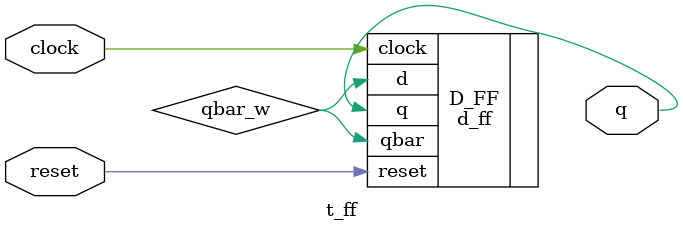
<source format=v>

module t_ff (
  input clock,
  input reset,
  output q
);

wire qbar_w;

  d_ff D_FF (
    .clock (clock),
    .reset (reset),
    .d (qbar_w),
    .qbar (qbar_w),
    .q (q)
  );
endmodule
</source>
